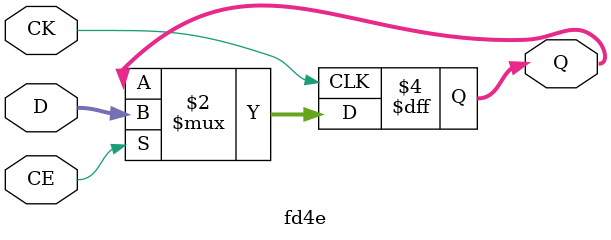
<source format=v>
module fd4e(CE, 
            CK, 
            D, 
            Q);

    input CE;
    input CK;
    input [3:0] D;
   output [3:0] Q;
   
   //wire XLXN_3;

	reg[3:0] Q;
	always @(posedge CK)begin
		if(CE)
			Q <= D;
	end
   
//   (* HU_SET = "XLXI_1_0" *) 
//   FD4CE_HXILINX_fd4e  XLXI_1 (.C(CK), 
//                              .CE(CE), 
//                              .CLR(0), 
//                              .D0(D[0]), 
//                              .D1(D[1]), 
//                              .D2(D[2]), 
//                              .D3(D[3]), 
//                              .Q0(Q[0]), 
//                              .Q1(Q[1]), 
//                              .Q2(Q[2]), 
//                              .Q3(Q[3]));
//   GND  XLXI_7 (.G(0));
endmodule

</source>
